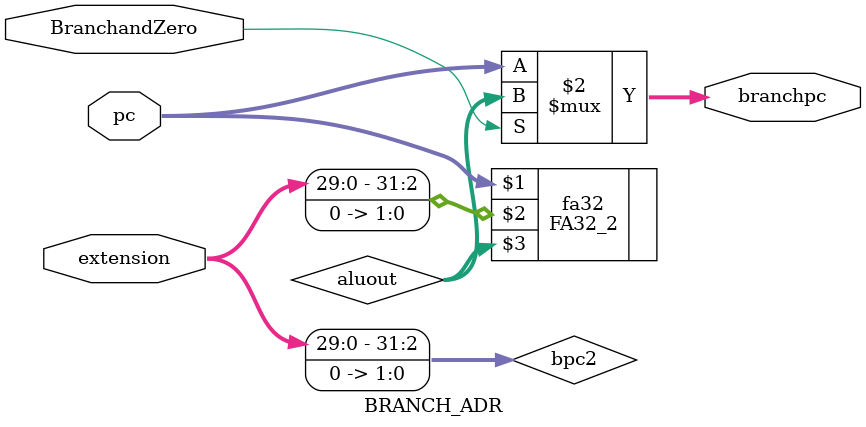
<source format=v>
`timescale 1ns / 1ps


module BRANCH_ADR(pc, extension, BranchandZero, branchpc);
    input [31:0] pc, extension;
    input BranchandZero;
    output [31:0] branchpc;
    wire [31:0] bpc2, aluout;
    
    FA32_2 fa32(pc, bpc2, aluout);
    
    assign bpc2 = extension << 2;
    assign branchpc = (BranchandZero)? aluout: pc;
    
endmodule

</source>
